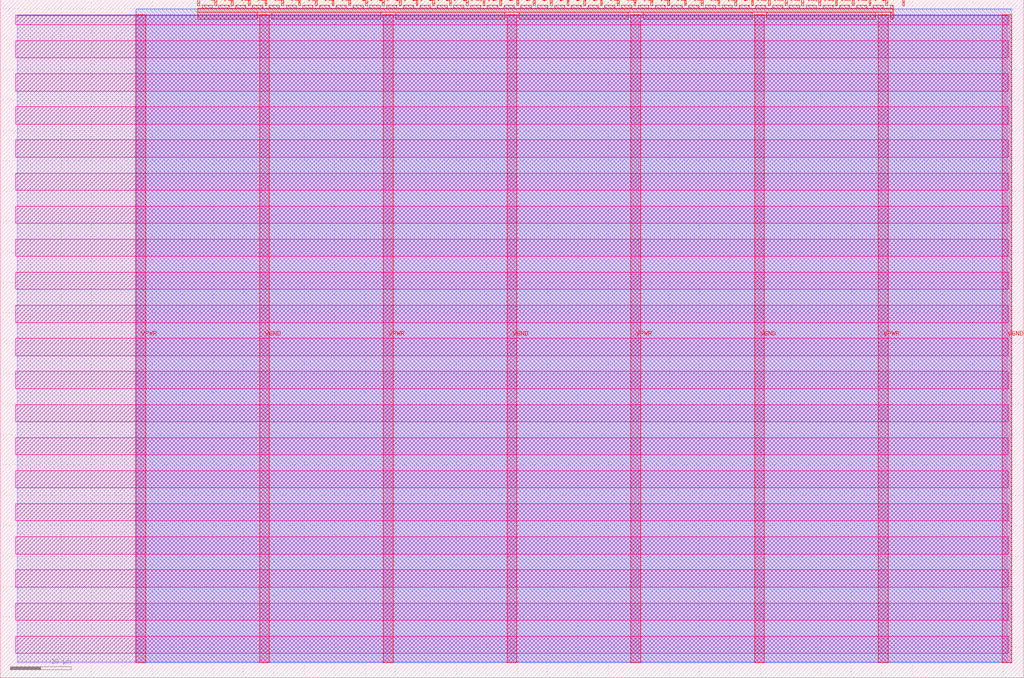
<source format=lef>
VERSION 5.7 ;
  NOWIREEXTENSIONATPIN ON ;
  DIVIDERCHAR "/" ;
  BUSBITCHARS "[]" ;
MACRO tt_um_wokwi_379764885531576321_dup2
  CLASS BLOCK ;
  FOREIGN tt_um_wokwi_379764885531576321_dup2 ;
  ORIGIN 0.000 0.000 ;
  SIZE 168.360 BY 111.520 ;
  PIN VGND
    DIRECTION INOUT ;
    USE GROUND ;
    PORT
      LAYER met4 ;
        RECT 42.670 2.480 44.270 109.040 ;
    END
    PORT
      LAYER met4 ;
        RECT 83.380 2.480 84.980 109.040 ;
    END
    PORT
      LAYER met4 ;
        RECT 124.090 2.480 125.690 109.040 ;
    END
    PORT
      LAYER met4 ;
        RECT 164.800 2.480 166.400 109.040 ;
    END
  END VGND
  PIN VPWR
    DIRECTION INOUT ;
    USE POWER ;
    PORT
      LAYER met4 ;
        RECT 22.315 2.480 23.915 109.040 ;
    END
    PORT
      LAYER met4 ;
        RECT 63.025 2.480 64.625 109.040 ;
    END
    PORT
      LAYER met4 ;
        RECT 103.735 2.480 105.335 109.040 ;
    END
    PORT
      LAYER met4 ;
        RECT 144.445 2.480 146.045 109.040 ;
    END
  END VPWR
  PIN clk
    DIRECTION INPUT ;
    USE SIGNAL ;
    ANTENNAGATEAREA 0.852000 ;
    PORT
      LAYER met4 ;
        RECT 145.670 110.520 145.970 111.520 ;
    END
  END clk
  PIN ena
    DIRECTION INPUT ;
    USE SIGNAL ;
    PORT
      LAYER met4 ;
        RECT 148.430 110.520 148.730 111.520 ;
    END
  END ena
  PIN rst_n
    DIRECTION INPUT ;
    USE SIGNAL ;
    PORT
      LAYER met4 ;
        RECT 142.910 110.520 143.210 111.520 ;
    END
  END rst_n
  PIN ui_in[0]
    DIRECTION INPUT ;
    USE SIGNAL ;
    ANTENNAGATEAREA 0.196500 ;
    PORT
      LAYER met4 ;
        RECT 140.150 110.520 140.450 111.520 ;
    END
  END ui_in[0]
  PIN ui_in[1]
    DIRECTION INPUT ;
    USE SIGNAL ;
    PORT
      LAYER met4 ;
        RECT 137.390 110.520 137.690 111.520 ;
    END
  END ui_in[1]
  PIN ui_in[2]
    DIRECTION INPUT ;
    USE SIGNAL ;
    PORT
      LAYER met4 ;
        RECT 134.630 110.520 134.930 111.520 ;
    END
  END ui_in[2]
  PIN ui_in[3]
    DIRECTION INPUT ;
    USE SIGNAL ;
    PORT
      LAYER met4 ;
        RECT 131.870 110.520 132.170 111.520 ;
    END
  END ui_in[3]
  PIN ui_in[4]
    DIRECTION INPUT ;
    USE SIGNAL ;
    PORT
      LAYER met4 ;
        RECT 129.110 110.520 129.410 111.520 ;
    END
  END ui_in[4]
  PIN ui_in[5]
    DIRECTION INPUT ;
    USE SIGNAL ;
    PORT
      LAYER met4 ;
        RECT 126.350 110.520 126.650 111.520 ;
    END
  END ui_in[5]
  PIN ui_in[6]
    DIRECTION INPUT ;
    USE SIGNAL ;
    PORT
      LAYER met4 ;
        RECT 123.590 110.520 123.890 111.520 ;
    END
  END ui_in[6]
  PIN ui_in[7]
    DIRECTION INPUT ;
    USE SIGNAL ;
    PORT
      LAYER met4 ;
        RECT 120.830 110.520 121.130 111.520 ;
    END
  END ui_in[7]
  PIN uio_in[0]
    DIRECTION INPUT ;
    USE SIGNAL ;
    PORT
      LAYER met4 ;
        RECT 118.070 110.520 118.370 111.520 ;
    END
  END uio_in[0]
  PIN uio_in[1]
    DIRECTION INPUT ;
    USE SIGNAL ;
    PORT
      LAYER met4 ;
        RECT 115.310 110.520 115.610 111.520 ;
    END
  END uio_in[1]
  PIN uio_in[2]
    DIRECTION INPUT ;
    USE SIGNAL ;
    PORT
      LAYER met4 ;
        RECT 112.550 110.520 112.850 111.520 ;
    END
  END uio_in[2]
  PIN uio_in[3]
    DIRECTION INPUT ;
    USE SIGNAL ;
    PORT
      LAYER met4 ;
        RECT 109.790 110.520 110.090 111.520 ;
    END
  END uio_in[3]
  PIN uio_in[4]
    DIRECTION INPUT ;
    USE SIGNAL ;
    PORT
      LAYER met4 ;
        RECT 107.030 110.520 107.330 111.520 ;
    END
  END uio_in[4]
  PIN uio_in[5]
    DIRECTION INPUT ;
    USE SIGNAL ;
    PORT
      LAYER met4 ;
        RECT 104.270 110.520 104.570 111.520 ;
    END
  END uio_in[5]
  PIN uio_in[6]
    DIRECTION INPUT ;
    USE SIGNAL ;
    PORT
      LAYER met4 ;
        RECT 101.510 110.520 101.810 111.520 ;
    END
  END uio_in[6]
  PIN uio_in[7]
    DIRECTION INPUT ;
    USE SIGNAL ;
    PORT
      LAYER met4 ;
        RECT 98.750 110.520 99.050 111.520 ;
    END
  END uio_in[7]
  PIN uio_oe[0]
    DIRECTION OUTPUT TRISTATE ;
    USE SIGNAL ;
    PORT
      LAYER met4 ;
        RECT 51.830 110.520 52.130 111.520 ;
    END
  END uio_oe[0]
  PIN uio_oe[1]
    DIRECTION OUTPUT TRISTATE ;
    USE SIGNAL ;
    PORT
      LAYER met4 ;
        RECT 49.070 110.520 49.370 111.520 ;
    END
  END uio_oe[1]
  PIN uio_oe[2]
    DIRECTION OUTPUT TRISTATE ;
    USE SIGNAL ;
    PORT
      LAYER met4 ;
        RECT 46.310 110.520 46.610 111.520 ;
    END
  END uio_oe[2]
  PIN uio_oe[3]
    DIRECTION OUTPUT TRISTATE ;
    USE SIGNAL ;
    PORT
      LAYER met4 ;
        RECT 43.550 110.520 43.850 111.520 ;
    END
  END uio_oe[3]
  PIN uio_oe[4]
    DIRECTION OUTPUT TRISTATE ;
    USE SIGNAL ;
    PORT
      LAYER met4 ;
        RECT 40.790 110.520 41.090 111.520 ;
    END
  END uio_oe[4]
  PIN uio_oe[5]
    DIRECTION OUTPUT TRISTATE ;
    USE SIGNAL ;
    PORT
      LAYER met4 ;
        RECT 38.030 110.520 38.330 111.520 ;
    END
  END uio_oe[5]
  PIN uio_oe[6]
    DIRECTION OUTPUT TRISTATE ;
    USE SIGNAL ;
    PORT
      LAYER met4 ;
        RECT 35.270 110.520 35.570 111.520 ;
    END
  END uio_oe[6]
  PIN uio_oe[7]
    DIRECTION OUTPUT TRISTATE ;
    USE SIGNAL ;
    PORT
      LAYER met4 ;
        RECT 32.510 110.520 32.810 111.520 ;
    END
  END uio_oe[7]
  PIN uio_out[0]
    DIRECTION OUTPUT TRISTATE ;
    USE SIGNAL ;
    PORT
      LAYER met4 ;
        RECT 73.910 110.520 74.210 111.520 ;
    END
  END uio_out[0]
  PIN uio_out[1]
    DIRECTION OUTPUT TRISTATE ;
    USE SIGNAL ;
    PORT
      LAYER met4 ;
        RECT 71.150 110.520 71.450 111.520 ;
    END
  END uio_out[1]
  PIN uio_out[2]
    DIRECTION OUTPUT TRISTATE ;
    USE SIGNAL ;
    PORT
      LAYER met4 ;
        RECT 68.390 110.520 68.690 111.520 ;
    END
  END uio_out[2]
  PIN uio_out[3]
    DIRECTION OUTPUT TRISTATE ;
    USE SIGNAL ;
    PORT
      LAYER met4 ;
        RECT 65.630 110.520 65.930 111.520 ;
    END
  END uio_out[3]
  PIN uio_out[4]
    DIRECTION OUTPUT TRISTATE ;
    USE SIGNAL ;
    PORT
      LAYER met4 ;
        RECT 62.870 110.520 63.170 111.520 ;
    END
  END uio_out[4]
  PIN uio_out[5]
    DIRECTION OUTPUT TRISTATE ;
    USE SIGNAL ;
    PORT
      LAYER met4 ;
        RECT 60.110 110.520 60.410 111.520 ;
    END
  END uio_out[5]
  PIN uio_out[6]
    DIRECTION OUTPUT TRISTATE ;
    USE SIGNAL ;
    PORT
      LAYER met4 ;
        RECT 57.350 110.520 57.650 111.520 ;
    END
  END uio_out[6]
  PIN uio_out[7]
    DIRECTION OUTPUT TRISTATE ;
    USE SIGNAL ;
    PORT
      LAYER met4 ;
        RECT 54.590 110.520 54.890 111.520 ;
    END
  END uio_out[7]
  PIN uo_out[0]
    DIRECTION OUTPUT TRISTATE ;
    USE SIGNAL ;
    ANTENNADIFFAREA 0.445500 ;
    PORT
      LAYER met4 ;
        RECT 95.990 110.520 96.290 111.520 ;
    END
  END uo_out[0]
  PIN uo_out[1]
    DIRECTION OUTPUT TRISTATE ;
    USE SIGNAL ;
    ANTENNADIFFAREA 0.445500 ;
    PORT
      LAYER met4 ;
        RECT 93.230 110.520 93.530 111.520 ;
    END
  END uo_out[1]
  PIN uo_out[2]
    DIRECTION OUTPUT TRISTATE ;
    USE SIGNAL ;
    ANTENNADIFFAREA 0.445500 ;
    PORT
      LAYER met4 ;
        RECT 90.470 110.520 90.770 111.520 ;
    END
  END uo_out[2]
  PIN uo_out[3]
    DIRECTION OUTPUT TRISTATE ;
    USE SIGNAL ;
    ANTENNADIFFAREA 0.445500 ;
    PORT
      LAYER met4 ;
        RECT 87.710 110.520 88.010 111.520 ;
    END
  END uo_out[3]
  PIN uo_out[4]
    DIRECTION OUTPUT TRISTATE ;
    USE SIGNAL ;
    ANTENNADIFFAREA 0.445500 ;
    PORT
      LAYER met4 ;
        RECT 84.950 110.520 85.250 111.520 ;
    END
  END uo_out[4]
  PIN uo_out[5]
    DIRECTION OUTPUT TRISTATE ;
    USE SIGNAL ;
    ANTENNADIFFAREA 0.445500 ;
    PORT
      LAYER met4 ;
        RECT 82.190 110.520 82.490 111.520 ;
    END
  END uo_out[5]
  PIN uo_out[6]
    DIRECTION OUTPUT TRISTATE ;
    USE SIGNAL ;
    ANTENNADIFFAREA 0.445500 ;
    PORT
      LAYER met4 ;
        RECT 79.430 110.520 79.730 111.520 ;
    END
  END uo_out[6]
  PIN uo_out[7]
    DIRECTION OUTPUT TRISTATE ;
    USE SIGNAL ;
    PORT
      LAYER met4 ;
        RECT 76.670 110.520 76.970 111.520 ;
    END
  END uo_out[7]
  OBS
      LAYER nwell ;
        RECT 2.570 107.385 165.790 108.990 ;
        RECT 2.570 101.945 165.790 104.775 ;
        RECT 2.570 96.505 165.790 99.335 ;
        RECT 2.570 91.065 165.790 93.895 ;
        RECT 2.570 85.625 165.790 88.455 ;
        RECT 2.570 80.185 165.790 83.015 ;
        RECT 2.570 74.745 165.790 77.575 ;
        RECT 2.570 69.305 165.790 72.135 ;
        RECT 2.570 63.865 165.790 66.695 ;
        RECT 2.570 58.425 165.790 61.255 ;
        RECT 2.570 52.985 165.790 55.815 ;
        RECT 2.570 47.545 165.790 50.375 ;
        RECT 2.570 42.105 165.790 44.935 ;
        RECT 2.570 36.665 165.790 39.495 ;
        RECT 2.570 31.225 165.790 34.055 ;
        RECT 2.570 25.785 165.790 28.615 ;
        RECT 2.570 20.345 165.790 23.175 ;
        RECT 2.570 14.905 165.790 17.735 ;
        RECT 2.570 9.465 165.790 12.295 ;
        RECT 2.570 4.025 165.790 6.855 ;
      LAYER li1 ;
        RECT 2.760 2.635 165.600 108.885 ;
      LAYER met1 ;
        RECT 2.760 2.480 166.400 109.040 ;
      LAYER met2 ;
        RECT 22.345 2.535 166.370 110.005 ;
      LAYER met3 ;
        RECT 22.325 2.555 166.390 109.985 ;
      LAYER met4 ;
        RECT 33.210 110.120 34.870 110.650 ;
        RECT 35.970 110.120 37.630 110.650 ;
        RECT 38.730 110.120 40.390 110.650 ;
        RECT 41.490 110.120 43.150 110.650 ;
        RECT 44.250 110.120 45.910 110.650 ;
        RECT 47.010 110.120 48.670 110.650 ;
        RECT 49.770 110.120 51.430 110.650 ;
        RECT 52.530 110.120 54.190 110.650 ;
        RECT 55.290 110.120 56.950 110.650 ;
        RECT 58.050 110.120 59.710 110.650 ;
        RECT 60.810 110.120 62.470 110.650 ;
        RECT 63.570 110.120 65.230 110.650 ;
        RECT 66.330 110.120 67.990 110.650 ;
        RECT 69.090 110.120 70.750 110.650 ;
        RECT 71.850 110.120 73.510 110.650 ;
        RECT 74.610 110.120 76.270 110.650 ;
        RECT 77.370 110.120 79.030 110.650 ;
        RECT 80.130 110.120 81.790 110.650 ;
        RECT 82.890 110.120 84.550 110.650 ;
        RECT 85.650 110.120 87.310 110.650 ;
        RECT 88.410 110.120 90.070 110.650 ;
        RECT 91.170 110.120 92.830 110.650 ;
        RECT 93.930 110.120 95.590 110.650 ;
        RECT 96.690 110.120 98.350 110.650 ;
        RECT 99.450 110.120 101.110 110.650 ;
        RECT 102.210 110.120 103.870 110.650 ;
        RECT 104.970 110.120 106.630 110.650 ;
        RECT 107.730 110.120 109.390 110.650 ;
        RECT 110.490 110.120 112.150 110.650 ;
        RECT 113.250 110.120 114.910 110.650 ;
        RECT 116.010 110.120 117.670 110.650 ;
        RECT 118.770 110.120 120.430 110.650 ;
        RECT 121.530 110.120 123.190 110.650 ;
        RECT 124.290 110.120 125.950 110.650 ;
        RECT 127.050 110.120 128.710 110.650 ;
        RECT 129.810 110.120 131.470 110.650 ;
        RECT 132.570 110.120 134.230 110.650 ;
        RECT 135.330 110.120 136.990 110.650 ;
        RECT 138.090 110.120 139.750 110.650 ;
        RECT 140.850 110.120 142.510 110.650 ;
        RECT 143.610 110.120 145.270 110.650 ;
        RECT 146.370 110.120 146.905 110.650 ;
        RECT 32.495 109.440 146.905 110.120 ;
        RECT 32.495 108.295 42.270 109.440 ;
        RECT 44.670 108.295 62.625 109.440 ;
        RECT 65.025 108.295 82.980 109.440 ;
        RECT 85.380 108.295 103.335 109.440 ;
        RECT 105.735 108.295 123.690 109.440 ;
        RECT 126.090 108.295 144.045 109.440 ;
        RECT 146.445 108.295 146.905 109.440 ;
  END
END tt_um_wokwi_379764885531576321_dup2
END LIBRARY


</source>
